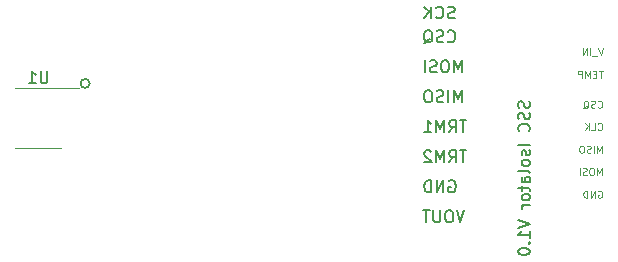
<source format=gbr>
%TF.GenerationSoftware,KiCad,Pcbnew,(6.0.8-1)-1*%
%TF.CreationDate,2022-11-22T09:59:05-05:00*%
%TF.ProjectId,encoder_driver,656e636f-6465-4725-9f64-72697665722e,rev?*%
%TF.SameCoordinates,Original*%
%TF.FileFunction,Legend,Bot*%
%TF.FilePolarity,Positive*%
%FSLAX46Y46*%
G04 Gerber Fmt 4.6, Leading zero omitted, Abs format (unit mm)*
G04 Created by KiCad (PCBNEW (6.0.8-1)-1) date 2022-11-22 09:59:05*
%MOMM*%
%LPD*%
G01*
G04 APERTURE LIST*
%ADD10C,0.150000*%
%ADD11C,0.100000*%
%ADD12C,0.120000*%
G04 APERTURE END LIST*
D10*
X109728000Y-78867000D02*
G75*
G03*
X109728000Y-78867000I-381000J0D01*
G01*
D11*
X153185714Y-75871428D02*
X152985714Y-76471428D01*
X152785714Y-75871428D01*
X152728571Y-76528571D02*
X152271428Y-76528571D01*
X152128571Y-76471428D02*
X152128571Y-75871428D01*
X151842857Y-76471428D02*
X151842857Y-75871428D01*
X151500000Y-76471428D01*
X151500000Y-75871428D01*
D10*
X141461904Y-89622380D02*
X141128571Y-90622380D01*
X140795238Y-89622380D01*
X140271428Y-89622380D02*
X140080952Y-89622380D01*
X139985714Y-89670000D01*
X139890476Y-89765238D01*
X139842857Y-89955714D01*
X139842857Y-90289047D01*
X139890476Y-90479523D01*
X139985714Y-90574761D01*
X140080952Y-90622380D01*
X140271428Y-90622380D01*
X140366666Y-90574761D01*
X140461904Y-90479523D01*
X140509523Y-90289047D01*
X140509523Y-89955714D01*
X140461904Y-89765238D01*
X140366666Y-89670000D01*
X140271428Y-89622380D01*
X139414285Y-89622380D02*
X139414285Y-90431904D01*
X139366666Y-90527142D01*
X139319047Y-90574761D01*
X139223809Y-90622380D01*
X139033333Y-90622380D01*
X138938095Y-90574761D01*
X138890476Y-90527142D01*
X138842857Y-90431904D01*
X138842857Y-89622380D01*
X138509523Y-89622380D02*
X137938095Y-89622380D01*
X138223809Y-90622380D02*
X138223809Y-89622380D01*
D11*
X152757142Y-82764285D02*
X152785714Y-82792857D01*
X152871428Y-82821428D01*
X152928571Y-82821428D01*
X153014285Y-82792857D01*
X153071428Y-82735714D01*
X153100000Y-82678571D01*
X153128571Y-82564285D01*
X153128571Y-82478571D01*
X153100000Y-82364285D01*
X153071428Y-82307142D01*
X153014285Y-82250000D01*
X152928571Y-82221428D01*
X152871428Y-82221428D01*
X152785714Y-82250000D01*
X152757142Y-82278571D01*
X152214285Y-82821428D02*
X152500000Y-82821428D01*
X152500000Y-82221428D01*
X152014285Y-82821428D02*
X152014285Y-82221428D01*
X151671428Y-82821428D02*
X151928571Y-82478571D01*
X151671428Y-82221428D02*
X152014285Y-82564285D01*
X153099999Y-84726428D02*
X153099999Y-84126428D01*
X152899999Y-84555000D01*
X152699999Y-84126428D01*
X152699999Y-84726428D01*
X152414284Y-84726428D02*
X152414284Y-84126428D01*
X152157142Y-84697857D02*
X152071427Y-84726428D01*
X151928570Y-84726428D01*
X151871427Y-84697857D01*
X151842856Y-84669285D01*
X151814284Y-84612142D01*
X151814284Y-84555000D01*
X151842856Y-84497857D01*
X151871427Y-84469285D01*
X151928570Y-84440714D01*
X152042856Y-84412142D01*
X152099999Y-84383571D01*
X152128570Y-84355000D01*
X152157142Y-84297857D01*
X152157142Y-84240714D01*
X152128570Y-84183571D01*
X152099999Y-84155000D01*
X152042856Y-84126428D01*
X151899999Y-84126428D01*
X151814284Y-84155000D01*
X151442856Y-84126428D02*
X151328570Y-84126428D01*
X151271427Y-84155000D01*
X151214284Y-84212142D01*
X151185713Y-84326428D01*
X151185713Y-84526428D01*
X151214284Y-84640714D01*
X151271427Y-84697857D01*
X151328570Y-84726428D01*
X151442856Y-84726428D01*
X151499999Y-84697857D01*
X151557142Y-84640714D01*
X151585713Y-84526428D01*
X151585713Y-84326428D01*
X151557142Y-84212142D01*
X151499999Y-84155000D01*
X151442856Y-84126428D01*
X153185714Y-77776428D02*
X152842857Y-77776428D01*
X153014285Y-78376428D02*
X153014285Y-77776428D01*
X152642857Y-78062142D02*
X152442857Y-78062142D01*
X152357142Y-78376428D02*
X152642857Y-78376428D01*
X152642857Y-77776428D01*
X152357142Y-77776428D01*
X152100000Y-78376428D02*
X152100000Y-77776428D01*
X151900000Y-78205000D01*
X151700000Y-77776428D01*
X151700000Y-78376428D01*
X151414285Y-78376428D02*
X151414285Y-77776428D01*
X151185714Y-77776428D01*
X151128571Y-77805000D01*
X151100000Y-77833571D01*
X151071428Y-77890714D01*
X151071428Y-77976428D01*
X151100000Y-78033571D01*
X151128571Y-78062142D01*
X151185714Y-78090714D01*
X151414285Y-78090714D01*
X152785713Y-87965000D02*
X152842856Y-87936428D01*
X152928571Y-87936428D01*
X153014285Y-87965000D01*
X153071428Y-88022142D01*
X153099999Y-88079285D01*
X153128571Y-88193571D01*
X153128571Y-88279285D01*
X153099999Y-88393571D01*
X153071428Y-88450714D01*
X153014285Y-88507857D01*
X152928571Y-88536428D01*
X152871428Y-88536428D01*
X152785713Y-88507857D01*
X152757142Y-88479285D01*
X152757142Y-88279285D01*
X152871428Y-88279285D01*
X152499999Y-88536428D02*
X152499999Y-87936428D01*
X152157142Y-88536428D01*
X152157142Y-87936428D01*
X151871428Y-88536428D02*
X151871428Y-87936428D01*
X151728571Y-87936428D01*
X151642856Y-87965000D01*
X151585713Y-88022142D01*
X151557142Y-88079285D01*
X151528571Y-88193571D01*
X151528571Y-88279285D01*
X151557142Y-88393571D01*
X151585713Y-88450714D01*
X151642856Y-88507857D01*
X151728571Y-88536428D01*
X151871428Y-88536428D01*
D10*
X140160237Y-87130000D02*
X140255475Y-87082380D01*
X140398333Y-87082380D01*
X140541190Y-87130000D01*
X140636428Y-87225238D01*
X140684047Y-87320476D01*
X140731666Y-87510952D01*
X140731666Y-87653809D01*
X140684047Y-87844285D01*
X140636428Y-87939523D01*
X140541190Y-88034761D01*
X140398333Y-88082380D01*
X140303094Y-88082380D01*
X140160237Y-88034761D01*
X140112618Y-87987142D01*
X140112618Y-87653809D01*
X140303094Y-87653809D01*
X139684047Y-88082380D02*
X139684047Y-87082380D01*
X139112618Y-88082380D01*
X139112618Y-87082380D01*
X138636428Y-88082380D02*
X138636428Y-87082380D01*
X138398333Y-87082380D01*
X138255475Y-87130000D01*
X138160237Y-87225238D01*
X138112618Y-87320476D01*
X138064999Y-87510952D01*
X138064999Y-87653809D01*
X138112618Y-87844285D01*
X138160237Y-87939523D01*
X138255475Y-88034761D01*
X138398333Y-88082380D01*
X138636428Y-88082380D01*
X141255476Y-80462380D02*
X141255476Y-79462380D01*
X140922143Y-80176666D01*
X140588809Y-79462380D01*
X140588809Y-80462380D01*
X140112619Y-80462380D02*
X140112619Y-79462380D01*
X139684048Y-80414761D02*
X139541190Y-80462380D01*
X139303095Y-80462380D01*
X139207857Y-80414761D01*
X139160238Y-80367142D01*
X139112619Y-80271904D01*
X139112619Y-80176666D01*
X139160238Y-80081428D01*
X139207857Y-80033809D01*
X139303095Y-79986190D01*
X139493571Y-79938571D01*
X139588809Y-79890952D01*
X139636428Y-79843333D01*
X139684048Y-79748095D01*
X139684048Y-79652857D01*
X139636428Y-79557619D01*
X139588809Y-79510000D01*
X139493571Y-79462380D01*
X139255476Y-79462380D01*
X139112619Y-79510000D01*
X138493571Y-79462380D02*
X138303095Y-79462380D01*
X138207857Y-79510000D01*
X138112619Y-79605238D01*
X138065000Y-79795714D01*
X138065000Y-80129047D01*
X138112619Y-80319523D01*
X138207857Y-80414761D01*
X138303095Y-80462380D01*
X138493571Y-80462380D01*
X138588809Y-80414761D01*
X138684048Y-80319523D01*
X138731667Y-80129047D01*
X138731667Y-79795714D01*
X138684048Y-79605238D01*
X138588809Y-79510000D01*
X138493571Y-79462380D01*
X141255476Y-77922380D02*
X141255476Y-76922380D01*
X140922143Y-77636666D01*
X140588809Y-76922380D01*
X140588809Y-77922380D01*
X139922143Y-76922380D02*
X139731667Y-76922380D01*
X139636428Y-76970000D01*
X139541190Y-77065238D01*
X139493571Y-77255714D01*
X139493571Y-77589047D01*
X139541190Y-77779523D01*
X139636428Y-77874761D01*
X139731667Y-77922380D01*
X139922143Y-77922380D01*
X140017381Y-77874761D01*
X140112619Y-77779523D01*
X140160238Y-77589047D01*
X140160238Y-77255714D01*
X140112619Y-77065238D01*
X140017381Y-76970000D01*
X139922143Y-76922380D01*
X139112619Y-77874761D02*
X138969762Y-77922380D01*
X138731667Y-77922380D01*
X138636428Y-77874761D01*
X138588809Y-77827142D01*
X138541190Y-77731904D01*
X138541190Y-77636666D01*
X138588809Y-77541428D01*
X138636428Y-77493809D01*
X138731667Y-77446190D01*
X138922143Y-77398571D01*
X139017381Y-77350952D01*
X139065000Y-77303333D01*
X139112619Y-77208095D01*
X139112619Y-77112857D01*
X139065000Y-77017619D01*
X139017381Y-76970000D01*
X138922143Y-76922380D01*
X138684048Y-76922380D01*
X138541190Y-76970000D01*
X138112619Y-77922380D02*
X138112619Y-76922380D01*
X140065000Y-75287142D02*
X140112619Y-75334761D01*
X140255476Y-75382380D01*
X140350714Y-75382380D01*
X140493571Y-75334761D01*
X140588809Y-75239523D01*
X140636428Y-75144285D01*
X140684047Y-74953809D01*
X140684047Y-74810952D01*
X140636428Y-74620476D01*
X140588809Y-74525238D01*
X140493571Y-74430000D01*
X140350714Y-74382380D01*
X140255476Y-74382380D01*
X140112619Y-74430000D01*
X140065000Y-74477619D01*
X139684047Y-75334761D02*
X139541190Y-75382380D01*
X139303095Y-75382380D01*
X139207857Y-75334761D01*
X139160238Y-75287142D01*
X139112619Y-75191904D01*
X139112619Y-75096666D01*
X139160238Y-75001428D01*
X139207857Y-74953809D01*
X139303095Y-74906190D01*
X139493571Y-74858571D01*
X139588809Y-74810952D01*
X139636428Y-74763333D01*
X139684047Y-74668095D01*
X139684047Y-74572857D01*
X139636428Y-74477619D01*
X139588809Y-74430000D01*
X139493571Y-74382380D01*
X139255476Y-74382380D01*
X139112619Y-74430000D01*
X138017381Y-75477619D02*
X138112619Y-75430000D01*
X138207857Y-75334761D01*
X138350714Y-75191904D01*
X138445952Y-75144285D01*
X138541190Y-75144285D01*
X138493571Y-75382380D02*
X138588809Y-75334761D01*
X138684047Y-75239523D01*
X138731666Y-75049047D01*
X138731666Y-74715714D01*
X138684047Y-74525238D01*
X138588809Y-74430000D01*
X138493571Y-74382380D01*
X138303095Y-74382380D01*
X138207857Y-74430000D01*
X138112619Y-74525238D01*
X138065000Y-74715714D01*
X138065000Y-75049047D01*
X138112619Y-75239523D01*
X138207857Y-75334761D01*
X138303095Y-75382380D01*
X138493571Y-75382380D01*
D11*
X153099999Y-86631428D02*
X153099999Y-86031428D01*
X152899999Y-86460000D01*
X152699999Y-86031428D01*
X152699999Y-86631428D01*
X152299999Y-86031428D02*
X152185713Y-86031428D01*
X152128570Y-86060000D01*
X152071427Y-86117142D01*
X152042856Y-86231428D01*
X152042856Y-86431428D01*
X152071427Y-86545714D01*
X152128570Y-86602857D01*
X152185713Y-86631428D01*
X152299999Y-86631428D01*
X152357142Y-86602857D01*
X152414284Y-86545714D01*
X152442856Y-86431428D01*
X152442856Y-86231428D01*
X152414284Y-86117142D01*
X152357142Y-86060000D01*
X152299999Y-86031428D01*
X151814284Y-86602857D02*
X151728570Y-86631428D01*
X151585713Y-86631428D01*
X151528570Y-86602857D01*
X151499999Y-86574285D01*
X151471427Y-86517142D01*
X151471427Y-86460000D01*
X151499999Y-86402857D01*
X151528570Y-86374285D01*
X151585713Y-86345714D01*
X151699999Y-86317142D01*
X151757142Y-86288571D01*
X151785713Y-86260000D01*
X151814284Y-86202857D01*
X151814284Y-86145714D01*
X151785713Y-86088571D01*
X151757142Y-86060000D01*
X151699999Y-86031428D01*
X151557142Y-86031428D01*
X151471427Y-86060000D01*
X151214284Y-86631428D02*
X151214284Y-86031428D01*
D10*
X141636428Y-84542380D02*
X141064999Y-84542380D01*
X141350714Y-85542380D02*
X141350714Y-84542380D01*
X140160237Y-85542380D02*
X140493571Y-85066190D01*
X140731666Y-85542380D02*
X140731666Y-84542380D01*
X140350714Y-84542380D01*
X140255475Y-84590000D01*
X140207856Y-84637619D01*
X140160237Y-84732857D01*
X140160237Y-84875714D01*
X140207856Y-84970952D01*
X140255475Y-85018571D01*
X140350714Y-85066190D01*
X140731666Y-85066190D01*
X139731666Y-85542380D02*
X139731666Y-84542380D01*
X139398333Y-85256666D01*
X139064999Y-84542380D01*
X139064999Y-85542380D01*
X138636428Y-84637619D02*
X138588809Y-84590000D01*
X138493571Y-84542380D01*
X138255475Y-84542380D01*
X138160237Y-84590000D01*
X138112618Y-84637619D01*
X138064999Y-84732857D01*
X138064999Y-84828095D01*
X138112618Y-84970952D01*
X138684047Y-85542380D01*
X138064999Y-85542380D01*
X146952761Y-80380000D02*
X147000380Y-80522857D01*
X147000380Y-80760952D01*
X146952761Y-80856190D01*
X146905142Y-80903809D01*
X146809904Y-80951428D01*
X146714666Y-80951428D01*
X146619428Y-80903809D01*
X146571809Y-80856190D01*
X146524190Y-80760952D01*
X146476571Y-80570476D01*
X146428952Y-80475238D01*
X146381333Y-80427619D01*
X146286095Y-80380000D01*
X146190857Y-80380000D01*
X146095619Y-80427619D01*
X146048000Y-80475238D01*
X146000380Y-80570476D01*
X146000380Y-80808571D01*
X146048000Y-80951428D01*
X146952761Y-81332380D02*
X147000380Y-81475238D01*
X147000380Y-81713333D01*
X146952761Y-81808571D01*
X146905142Y-81856190D01*
X146809904Y-81903809D01*
X146714666Y-81903809D01*
X146619428Y-81856190D01*
X146571809Y-81808571D01*
X146524190Y-81713333D01*
X146476571Y-81522857D01*
X146428952Y-81427619D01*
X146381333Y-81380000D01*
X146286095Y-81332380D01*
X146190857Y-81332380D01*
X146095619Y-81380000D01*
X146048000Y-81427619D01*
X146000380Y-81522857D01*
X146000380Y-81760952D01*
X146048000Y-81903809D01*
X146905142Y-82903809D02*
X146952761Y-82856190D01*
X147000380Y-82713333D01*
X147000380Y-82618095D01*
X146952761Y-82475238D01*
X146857523Y-82380000D01*
X146762285Y-82332380D01*
X146571809Y-82284761D01*
X146428952Y-82284761D01*
X146238476Y-82332380D01*
X146143238Y-82380000D01*
X146048000Y-82475238D01*
X146000380Y-82618095D01*
X146000380Y-82713333D01*
X146048000Y-82856190D01*
X146095619Y-82903809D01*
X147000380Y-84094285D02*
X146000380Y-84094285D01*
X146952761Y-84522857D02*
X147000380Y-84618095D01*
X147000380Y-84808571D01*
X146952761Y-84903809D01*
X146857523Y-84951428D01*
X146809904Y-84951428D01*
X146714666Y-84903809D01*
X146667047Y-84808571D01*
X146667047Y-84665714D01*
X146619428Y-84570476D01*
X146524190Y-84522857D01*
X146476571Y-84522857D01*
X146381333Y-84570476D01*
X146333714Y-84665714D01*
X146333714Y-84808571D01*
X146381333Y-84903809D01*
X147000380Y-85522857D02*
X146952761Y-85427619D01*
X146905142Y-85380000D01*
X146809904Y-85332380D01*
X146524190Y-85332380D01*
X146428952Y-85380000D01*
X146381333Y-85427619D01*
X146333714Y-85522857D01*
X146333714Y-85665714D01*
X146381333Y-85760952D01*
X146428952Y-85808571D01*
X146524190Y-85856190D01*
X146809904Y-85856190D01*
X146905142Y-85808571D01*
X146952761Y-85760952D01*
X147000380Y-85665714D01*
X147000380Y-85522857D01*
X147000380Y-86427619D02*
X146952761Y-86332380D01*
X146857523Y-86284761D01*
X146000380Y-86284761D01*
X147000380Y-87237142D02*
X146476571Y-87237142D01*
X146381333Y-87189523D01*
X146333714Y-87094285D01*
X146333714Y-86903809D01*
X146381333Y-86808571D01*
X146952761Y-87237142D02*
X147000380Y-87141904D01*
X147000380Y-86903809D01*
X146952761Y-86808571D01*
X146857523Y-86760952D01*
X146762285Y-86760952D01*
X146667047Y-86808571D01*
X146619428Y-86903809D01*
X146619428Y-87141904D01*
X146571809Y-87237142D01*
X146333714Y-87570476D02*
X146333714Y-87951428D01*
X146000380Y-87713333D02*
X146857523Y-87713333D01*
X146952761Y-87760952D01*
X147000380Y-87856190D01*
X147000380Y-87951428D01*
X147000380Y-88427619D02*
X146952761Y-88332380D01*
X146905142Y-88284761D01*
X146809904Y-88237142D01*
X146524190Y-88237142D01*
X146428952Y-88284761D01*
X146381333Y-88332380D01*
X146333714Y-88427619D01*
X146333714Y-88570476D01*
X146381333Y-88665714D01*
X146428952Y-88713333D01*
X146524190Y-88760952D01*
X146809904Y-88760952D01*
X146905142Y-88713333D01*
X146952761Y-88665714D01*
X147000380Y-88570476D01*
X147000380Y-88427619D01*
X147000380Y-89189523D02*
X146333714Y-89189523D01*
X146524190Y-89189523D02*
X146428952Y-89237142D01*
X146381333Y-89284761D01*
X146333714Y-89380000D01*
X146333714Y-89475238D01*
X146000380Y-90427619D02*
X147000380Y-90760952D01*
X146000380Y-91094285D01*
X147000380Y-91951428D02*
X147000380Y-91380000D01*
X147000380Y-91665714D02*
X146000380Y-91665714D01*
X146143238Y-91570476D01*
X146238476Y-91475238D01*
X146286095Y-91380000D01*
X146905142Y-92380000D02*
X146952761Y-92427619D01*
X147000380Y-92380000D01*
X146952761Y-92332380D01*
X146905142Y-92380000D01*
X147000380Y-92380000D01*
X146000380Y-93046666D02*
X146000380Y-93141904D01*
X146048000Y-93237142D01*
X146095619Y-93284761D01*
X146190857Y-93332380D01*
X146381333Y-93380000D01*
X146619428Y-93380000D01*
X146809904Y-93332380D01*
X146905142Y-93284761D01*
X146952761Y-93237142D01*
X147000380Y-93141904D01*
X147000380Y-93046666D01*
X146952761Y-92951428D01*
X146905142Y-92903809D01*
X146809904Y-92856190D01*
X146619428Y-92808571D01*
X146381333Y-92808571D01*
X146190857Y-92856190D01*
X146095619Y-92903809D01*
X146048000Y-92951428D01*
X146000380Y-93046666D01*
X141636428Y-82002380D02*
X141064999Y-82002380D01*
X141350714Y-83002380D02*
X141350714Y-82002380D01*
X140160237Y-83002380D02*
X140493571Y-82526190D01*
X140731666Y-83002380D02*
X140731666Y-82002380D01*
X140350714Y-82002380D01*
X140255475Y-82050000D01*
X140207856Y-82097619D01*
X140160237Y-82192857D01*
X140160237Y-82335714D01*
X140207856Y-82430952D01*
X140255475Y-82478571D01*
X140350714Y-82526190D01*
X140731666Y-82526190D01*
X139731666Y-83002380D02*
X139731666Y-82002380D01*
X139398333Y-82716666D01*
X139064999Y-82002380D01*
X139064999Y-83002380D01*
X138064999Y-83002380D02*
X138636428Y-83002380D01*
X138350714Y-83002380D02*
X138350714Y-82002380D01*
X138445952Y-82145238D01*
X138541190Y-82240476D01*
X138636428Y-82288095D01*
X140636428Y-73314761D02*
X140493571Y-73362380D01*
X140255475Y-73362380D01*
X140160237Y-73314761D01*
X140112618Y-73267142D01*
X140064999Y-73171904D01*
X140064999Y-73076666D01*
X140112618Y-72981428D01*
X140160237Y-72933809D01*
X140255475Y-72886190D01*
X140445952Y-72838571D01*
X140541190Y-72790952D01*
X140588809Y-72743333D01*
X140636428Y-72648095D01*
X140636428Y-72552857D01*
X140588809Y-72457619D01*
X140541190Y-72410000D01*
X140445952Y-72362380D01*
X140207856Y-72362380D01*
X140064999Y-72410000D01*
X139064999Y-73267142D02*
X139112618Y-73314761D01*
X139255475Y-73362380D01*
X139350714Y-73362380D01*
X139493571Y-73314761D01*
X139588809Y-73219523D01*
X139636428Y-73124285D01*
X139684047Y-72933809D01*
X139684047Y-72790952D01*
X139636428Y-72600476D01*
X139588809Y-72505238D01*
X139493571Y-72410000D01*
X139350714Y-72362380D01*
X139255475Y-72362380D01*
X139112618Y-72410000D01*
X139064999Y-72457619D01*
X138636428Y-73362380D02*
X138636428Y-72362380D01*
X138064999Y-73362380D02*
X138493571Y-72790952D01*
X138064999Y-72362380D02*
X138636428Y-72933809D01*
D11*
X152757142Y-80859285D02*
X152785714Y-80887857D01*
X152871428Y-80916428D01*
X152928571Y-80916428D01*
X153014285Y-80887857D01*
X153071428Y-80830714D01*
X153099999Y-80773571D01*
X153128571Y-80659285D01*
X153128571Y-80573571D01*
X153099999Y-80459285D01*
X153071428Y-80402142D01*
X153014285Y-80345000D01*
X152928571Y-80316428D01*
X152871428Y-80316428D01*
X152785714Y-80345000D01*
X152757142Y-80373571D01*
X152528571Y-80887857D02*
X152442857Y-80916428D01*
X152299999Y-80916428D01*
X152242857Y-80887857D01*
X152214285Y-80859285D01*
X152185714Y-80802142D01*
X152185714Y-80745000D01*
X152214285Y-80687857D01*
X152242857Y-80659285D01*
X152299999Y-80630714D01*
X152414285Y-80602142D01*
X152471428Y-80573571D01*
X152499999Y-80545000D01*
X152528571Y-80487857D01*
X152528571Y-80430714D01*
X152499999Y-80373571D01*
X152471428Y-80345000D01*
X152414285Y-80316428D01*
X152271428Y-80316428D01*
X152185714Y-80345000D01*
X151528571Y-80973571D02*
X151585714Y-80945000D01*
X151642857Y-80887857D01*
X151728571Y-80802142D01*
X151785714Y-80773571D01*
X151842857Y-80773571D01*
X151814285Y-80916428D02*
X151871428Y-80887857D01*
X151928571Y-80830714D01*
X151957142Y-80716428D01*
X151957142Y-80516428D01*
X151928571Y-80402142D01*
X151871428Y-80345000D01*
X151814285Y-80316428D01*
X151699999Y-80316428D01*
X151642857Y-80345000D01*
X151585714Y-80402142D01*
X151557142Y-80516428D01*
X151557142Y-80716428D01*
X151585714Y-80830714D01*
X151642857Y-80887857D01*
X151699999Y-80916428D01*
X151814285Y-80916428D01*
D10*
%TO.C,U1*%
X106161904Y-77852380D02*
X106161904Y-78661904D01*
X106114285Y-78757142D01*
X106066666Y-78804761D01*
X105971428Y-78852380D01*
X105780952Y-78852380D01*
X105685714Y-78804761D01*
X105638095Y-78757142D01*
X105590476Y-78661904D01*
X105590476Y-77852380D01*
X104590476Y-78852380D02*
X105161904Y-78852380D01*
X104876190Y-78852380D02*
X104876190Y-77852380D01*
X104971428Y-77995238D01*
X105066666Y-78090476D01*
X105161904Y-78138095D01*
D12*
X105400000Y-79240000D02*
X108850000Y-79240000D01*
X105400000Y-84360000D02*
X107350000Y-84360000D01*
X105400000Y-79240000D02*
X103450000Y-79240000D01*
X105400000Y-84360000D02*
X103450000Y-84360000D01*
%TD*%
M02*

</source>
